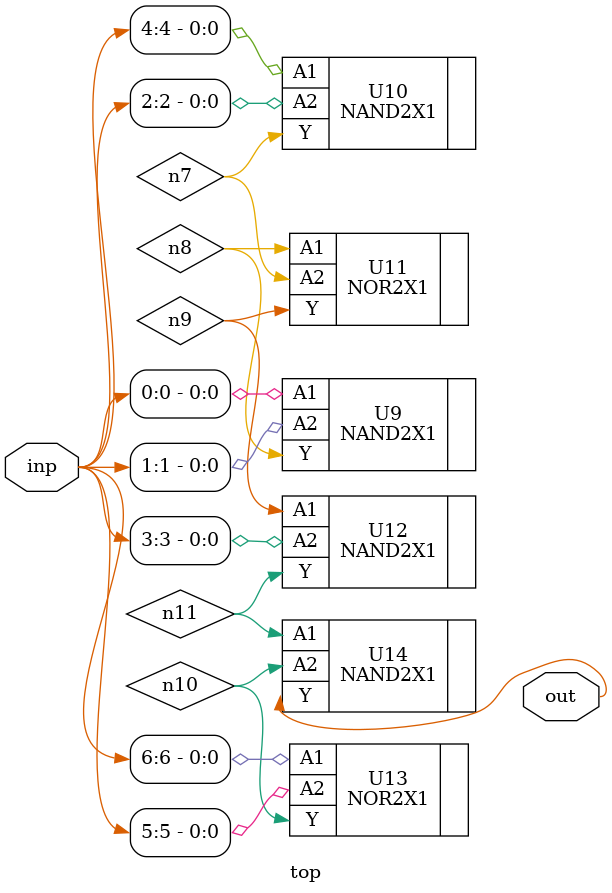
<source format=sv>


module top ( inp, out );
  input [6:0] inp;
  output out;
  wire   n7, n8, n9, n10, n11;

  NAND2X1 U9 ( .A1(inp[0]), .A2(inp[1]), .Y(n8) );
  NAND2X1 U10 ( .A1(inp[4]), .A2(inp[2]), .Y(n7) );
  NOR2X1 U11 ( .A1(n8), .A2(n7), .Y(n9) );
  NAND2X1 U12 ( .A1(n9), .A2(inp[3]), .Y(n11) );
  NOR2X1 U13 ( .A1(inp[6]), .A2(inp[5]), .Y(n10) );
  NAND2X1 U14 ( .A1(n11), .A2(n10), .Y(out) );
endmodule


</source>
